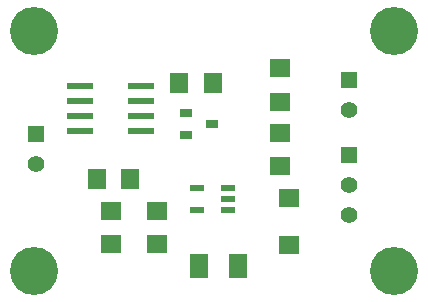
<source format=gts>
G04 ( created by brdgerber.py ( brdgerber.py v0.1 2014-03-12 ) ) date 2021-11-30 02:51:56 EST*
G04 Gerber Fmt 3.4, Leading zero omitted, Abs format*
%MOIN*%
%FSLAX34Y34*%
G01*
G70*
G90*
G04 APERTURE LIST*
%ADD19R,0.0657X0.0614*%
%ADD16C,0.1600*%
%ADD13R,0.0394X0.0315*%
%ADD11R,0.0866X0.0236*%
%ADD10R,0.0709X0.0629*%
%ADD14R,0.0550X0.0550*%
%ADD18R,0.0472X0.0216*%
%ADD15C,0.0550*%
%ADD17R,0.0600X0.0800*%
%ADD12R,0.0629X0.0709*%
G04 APERTURE END LIST*
G54D19*
D10*
X-09900Y-00991D03*
D10*
X-09900Y-02109D03*
D11*
X-12473Y02650D03*
D11*
X-10427Y02650D03*
D11*
X-12473Y03150D03*
D11*
X-12473Y02150D03*
D11*
X-12473Y01650D03*
D11*
X-10427Y03150D03*
D11*
X-10427Y02150D03*
D11*
X-10427Y01650D03*
D12*
X-11909Y00050D03*
D12*
X-10791Y00050D03*
D13*
X-08067Y01900D03*
D13*
X-08933Y01525D03*
D13*
X-08933Y02275D03*
D12*
X-09159Y03250D03*
D12*
X-08041Y03250D03*
D14*
X-03500Y03350D03*
D15*
X-03500Y02350D03*
D10*
X-11450Y-00991D03*
D10*
X-11450Y-02109D03*
D14*
X-03500Y00850D03*
D15*
X-03500Y-00150D03*
D15*
X-03500Y-01150D03*
D16*
X-02000Y-03000D03*
D16*
X-02000Y05000D03*
D16*
X-14000Y05000D03*
D16*
X-14000Y-03000D03*
D17*
X-08500Y-02850D03*
D17*
X-07200Y-02850D03*
D10*
X-05800Y00491D03*
D10*
X-05800Y01609D03*
D18*
X-07539Y-00974D03*
D18*
X-07539Y-00600D03*
D18*
X-07539Y-00226D03*
D18*
X-08561Y-00226D03*
D18*
X-08561Y-00974D03*
D10*
X-05800Y02641D03*
D10*
X-05800Y03759D03*
D19*
X-05500Y-00576D03*
D19*
X-05500Y-02124D03*
D14*
X-13950Y01550D03*
D15*
X-13950Y00550D03*
M02*

</source>
